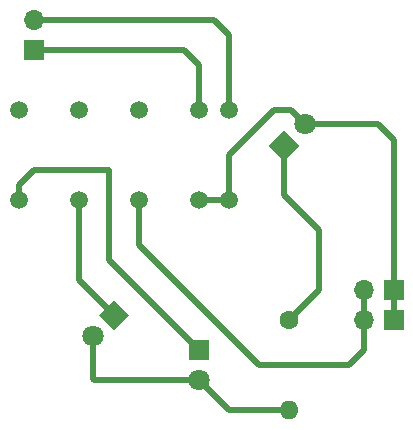
<source format=gbl>
G04 #@! TF.GenerationSoftware,KiCad,Pcbnew,5.1.10*
G04 #@! TF.CreationDate,2021-05-04T21:35:11+02:00*
G04 #@! TF.ProjectId,Weichensimulator-45links,57656963-6865-46e7-9369-6d756c61746f,rev?*
G04 #@! TF.SameCoordinates,Original*
G04 #@! TF.FileFunction,Copper,L2,Bot*
G04 #@! TF.FilePolarity,Positive*
%FSLAX46Y46*%
G04 Gerber Fmt 4.6, Leading zero omitted, Abs format (unit mm)*
G04 Created by KiCad (PCBNEW 5.1.10) date 2021-05-04 21:35:11*
%MOMM*%
%LPD*%
G01*
G04 APERTURE LIST*
G04 #@! TA.AperFunction,ComponentPad*
%ADD10C,1.800000*%
G04 #@! TD*
G04 #@! TA.AperFunction,ComponentPad*
%ADD11C,0.100000*%
G04 #@! TD*
G04 #@! TA.AperFunction,ComponentPad*
%ADD12C,1.500000*%
G04 #@! TD*
G04 #@! TA.AperFunction,ComponentPad*
%ADD13R,1.800000X1.800000*%
G04 #@! TD*
G04 #@! TA.AperFunction,ComponentPad*
%ADD14O,1.600000X1.600000*%
G04 #@! TD*
G04 #@! TA.AperFunction,ComponentPad*
%ADD15C,1.600000*%
G04 #@! TD*
G04 #@! TA.AperFunction,ComponentPad*
%ADD16O,1.700000X1.700000*%
G04 #@! TD*
G04 #@! TA.AperFunction,ComponentPad*
%ADD17R,1.700000X1.700000*%
G04 #@! TD*
G04 #@! TA.AperFunction,Conductor*
%ADD18C,0.500000*%
G04 #@! TD*
G04 APERTURE END LIST*
D10*
X160106051Y-98973949D03*
G04 #@! TA.AperFunction,ComponentPad*
D11*
G36*
X158310000Y-102042792D02*
G01*
X157037208Y-100770000D01*
X158310000Y-99497208D01*
X159582792Y-100770000D01*
X158310000Y-102042792D01*
G37*
G04 #@! TD.AperFunction*
D12*
X153670000Y-97790000D03*
X151130000Y-97790000D03*
X146050000Y-97790000D03*
X140970000Y-97790000D03*
X135890000Y-97790000D03*
X135890000Y-105410000D03*
X140970000Y-105410000D03*
X146050000Y-105410000D03*
X151130000Y-105410000D03*
X153670000Y-105410000D03*
D13*
X151130000Y-118110000D03*
D10*
X151130000Y-120650000D03*
X142153949Y-116926051D03*
G04 #@! TA.AperFunction,ComponentPad*
D11*
G36*
X143950000Y-113857208D02*
G01*
X145222792Y-115130000D01*
X143950000Y-116402792D01*
X142677208Y-115130000D01*
X143950000Y-113857208D01*
G37*
G04 #@! TD.AperFunction*
D14*
X158750000Y-123190000D03*
D15*
X158750000Y-115570000D03*
D16*
X137160000Y-90170000D03*
D17*
X137160000Y-92710000D03*
X167640000Y-113030000D03*
D16*
X165100000Y-113030000D03*
X165100000Y-115570000D03*
D17*
X167640000Y-115570000D03*
D18*
X158310000Y-100770000D02*
X158310000Y-104970000D01*
X158310000Y-104970000D02*
X161290000Y-107950000D01*
X161290000Y-107950000D02*
X161290000Y-113030000D01*
X161290000Y-113030000D02*
X158750000Y-115570000D01*
X143510000Y-110490000D02*
X151130000Y-118110000D01*
X137160000Y-102870000D02*
X143510000Y-102870000D01*
X135890000Y-104140000D02*
X137160000Y-102870000D01*
X143510000Y-102870000D02*
X143510000Y-110490000D01*
X135890000Y-105410000D02*
X135890000Y-104140000D01*
X140970000Y-112150000D02*
X143950000Y-115130000D01*
X140970000Y-105410000D02*
X140970000Y-112150000D01*
X137160000Y-90170000D02*
X152400000Y-90170000D01*
X152400000Y-90170000D02*
X153670000Y-91440000D01*
X153670000Y-91440000D02*
X153670000Y-97790000D01*
X137160000Y-92710000D02*
X149860000Y-92710000D01*
X149860000Y-92710000D02*
X151130000Y-93980000D01*
X151130000Y-93980000D02*
X151130000Y-97790000D01*
X151130000Y-105410000D02*
X153670000Y-105410000D01*
X157480000Y-97790000D02*
X153670000Y-101600000D01*
X158922102Y-97790000D02*
X157480000Y-97790000D01*
X160106051Y-98973949D02*
X158922102Y-97790000D01*
X167640000Y-115570000D02*
X167640000Y-113030000D01*
X160106051Y-98973949D02*
X166283949Y-98973949D01*
X167640000Y-100330000D02*
X167640000Y-113030000D01*
X166283949Y-98973949D02*
X167640000Y-100330000D01*
X153670000Y-101600000D02*
X153670000Y-105410000D01*
X165100000Y-113030000D02*
X165100000Y-115570000D01*
X156210000Y-119380000D02*
X163830000Y-119380000D01*
X163830000Y-119380000D02*
X165100000Y-118110000D01*
X146050000Y-109220000D02*
X156210000Y-119380000D01*
X146050000Y-105410000D02*
X146050000Y-109220000D01*
X165100000Y-116840000D02*
X165100000Y-115570000D01*
X165100000Y-118110000D02*
X165100000Y-116840000D01*
X142153949Y-116926051D02*
X142153949Y-120563949D01*
X142240000Y-120650000D02*
X151130000Y-120650000D01*
X142153949Y-120563949D02*
X142240000Y-120650000D01*
X151130000Y-120650000D02*
X153670000Y-123190000D01*
X153670000Y-123190000D02*
X158750000Y-123190000D01*
M02*

</source>
